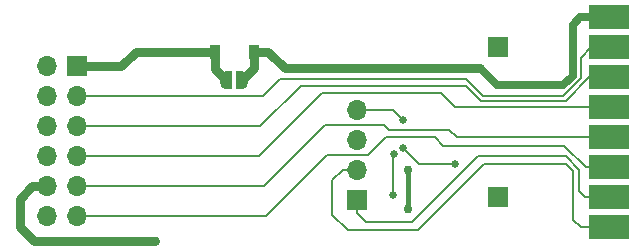
<source format=gtl>
G04 #@! TF.GenerationSoftware,KiCad,Pcbnew,(5.1.4)-1*
G04 #@! TF.CreationDate,2020-10-15T04:09:33+01:00*
G04 #@! TF.ProjectId,buffer,62756666-6572-42e6-9b69-6361645f7063,rev?*
G04 #@! TF.SameCoordinates,Original*
G04 #@! TF.FileFunction,Copper,L1,Top*
G04 #@! TF.FilePolarity,Positive*
%FSLAX46Y46*%
G04 Gerber Fmt 4.6, Leading zero omitted, Abs format (unit mm)*
G04 Created by KiCad (PCBNEW (5.1.4)-1) date 2020-10-15 04:09:33*
%MOMM*%
%LPD*%
G04 APERTURE LIST*
%ADD10R,3.500000X2.000000*%
%ADD11O,1.700000X1.700000*%
%ADD12R,1.700000X1.700000*%
%ADD13R,0.900000X1.200000*%
%ADD14C,0.500000*%
%ADD15C,0.100000*%
%ADD16C,0.762000*%
%ADD17C,0.660400*%
%ADD18C,0.762000*%
%ADD19C,0.381000*%
%ADD20C,0.203200*%
%ADD21C,0.635000*%
G04 APERTURE END LIST*
D10*
X85400200Y-35341560D03*
X85400200Y-37881560D03*
X85400200Y-40421560D03*
X85400200Y-42961560D03*
X85400200Y-45501560D03*
X85400200Y-48041560D03*
X85400200Y-30261560D03*
X85400200Y-32801560D03*
D11*
X64077400Y-38110160D03*
X64077400Y-40650160D03*
X64077400Y-43190160D03*
D12*
X64077400Y-45730160D03*
X76033180Y-45504100D03*
X76040800Y-32801560D03*
D13*
X52061660Y-33149540D03*
X55361660Y-33149540D03*
D14*
X54326100Y-35565080D03*
D15*
G36*
X53826100Y-34815080D02*
G01*
X54326100Y-34815080D01*
X54326100Y-34815682D01*
X54350634Y-34815682D01*
X54399465Y-34820492D01*
X54447590Y-34830064D01*
X54494545Y-34844308D01*
X54539878Y-34863085D01*
X54583151Y-34886216D01*
X54623950Y-34913476D01*
X54661879Y-34944604D01*
X54696576Y-34979301D01*
X54727704Y-35017230D01*
X54754964Y-35058029D01*
X54778095Y-35101302D01*
X54796872Y-35146635D01*
X54811116Y-35193590D01*
X54820688Y-35241715D01*
X54825498Y-35290546D01*
X54825498Y-35315080D01*
X54826100Y-35315080D01*
X54826100Y-35815080D01*
X54825498Y-35815080D01*
X54825498Y-35839614D01*
X54820688Y-35888445D01*
X54811116Y-35936570D01*
X54796872Y-35983525D01*
X54778095Y-36028858D01*
X54754964Y-36072131D01*
X54727704Y-36112930D01*
X54696576Y-36150859D01*
X54661879Y-36185556D01*
X54623950Y-36216684D01*
X54583151Y-36243944D01*
X54539878Y-36267075D01*
X54494545Y-36285852D01*
X54447590Y-36300096D01*
X54399465Y-36309668D01*
X54350634Y-36314478D01*
X54326100Y-36314478D01*
X54326100Y-36315080D01*
X53826100Y-36315080D01*
X53826100Y-34815080D01*
X53826100Y-34815080D01*
G37*
D14*
X53026100Y-35565080D03*
D15*
G36*
X53026100Y-36314478D02*
G01*
X53001566Y-36314478D01*
X52952735Y-36309668D01*
X52904610Y-36300096D01*
X52857655Y-36285852D01*
X52812322Y-36267075D01*
X52769049Y-36243944D01*
X52728250Y-36216684D01*
X52690321Y-36185556D01*
X52655624Y-36150859D01*
X52624496Y-36112930D01*
X52597236Y-36072131D01*
X52574105Y-36028858D01*
X52555328Y-35983525D01*
X52541084Y-35936570D01*
X52531512Y-35888445D01*
X52526702Y-35839614D01*
X52526702Y-35815080D01*
X52526100Y-35815080D01*
X52526100Y-35315080D01*
X52526702Y-35315080D01*
X52526702Y-35290546D01*
X52531512Y-35241715D01*
X52541084Y-35193590D01*
X52555328Y-35146635D01*
X52574105Y-35101302D01*
X52597236Y-35058029D01*
X52624496Y-35017230D01*
X52655624Y-34979301D01*
X52690321Y-34944604D01*
X52728250Y-34913476D01*
X52769049Y-34886216D01*
X52812322Y-34863085D01*
X52857655Y-34844308D01*
X52904610Y-34830064D01*
X52952735Y-34820492D01*
X53001566Y-34815682D01*
X53026100Y-34815682D01*
X53026100Y-34815080D01*
X53526100Y-34815080D01*
X53526100Y-36315080D01*
X53026100Y-36315080D01*
X53026100Y-36314478D01*
X53026100Y-36314478D01*
G37*
D12*
X40353800Y-34376360D03*
D11*
X37813800Y-34376360D03*
X40353800Y-36916360D03*
X37813800Y-36916360D03*
X40353800Y-39456360D03*
X37813800Y-39456360D03*
X40353800Y-41996360D03*
X37813800Y-41996360D03*
X40353800Y-44536360D03*
X37813800Y-44536360D03*
X40353800Y-47076360D03*
X37813800Y-47076360D03*
D16*
X47016220Y-49232820D03*
X44463520Y-49230280D03*
X45738600Y-49230280D03*
X68395398Y-43215561D03*
X68395400Y-46517562D03*
D17*
X67201600Y-41843956D03*
X67176200Y-45298360D03*
X67963600Y-38922960D03*
X67963600Y-41285160D03*
X72434000Y-42631360D03*
D18*
X47013680Y-49230280D02*
X47016220Y-49232820D01*
X35550660Y-48039020D02*
X36741920Y-49230280D01*
X35550660Y-45597419D02*
X35550660Y-48039020D01*
X37813800Y-44536360D02*
X36611719Y-44536360D01*
X36611719Y-44536360D02*
X35550660Y-45597419D01*
X36741920Y-49230280D02*
X44463520Y-49230280D01*
X44463520Y-49230280D02*
X45738600Y-49230280D01*
X45738600Y-49230280D02*
X47013680Y-49230280D01*
D19*
X68395398Y-46517560D02*
X68395400Y-46517562D01*
X68395398Y-43215561D02*
X68395398Y-46517560D01*
D20*
X83762400Y-35341560D02*
X85400200Y-35341560D01*
X55924000Y-39456360D02*
X59353000Y-36027360D01*
X40353800Y-39456360D02*
X55924000Y-39456360D01*
X59353000Y-36027360D02*
X73332449Y-36027360D01*
X73332449Y-36027360D02*
X74602460Y-37297371D01*
X74602460Y-37297371D02*
X81806589Y-37297371D01*
X81806589Y-37297371D02*
X83762400Y-35341560D01*
X83914800Y-32801560D02*
X85400200Y-32801560D01*
X83025800Y-33690560D02*
X83914800Y-32801560D01*
X83025800Y-35408840D02*
X83025800Y-33690560D01*
X56101800Y-36916360D02*
X57575000Y-35443160D01*
X40353800Y-36916360D02*
X56101800Y-36916360D01*
X57575000Y-35443160D02*
X73323000Y-35443160D01*
X73323000Y-35443160D02*
X74770800Y-36890960D01*
X74770800Y-36890960D02*
X81543680Y-36890960D01*
X81543680Y-36890960D02*
X83025800Y-35408840D01*
D18*
X40353800Y-34376360D02*
X44148560Y-34376360D01*
X45375380Y-33149540D02*
X52061660Y-33149540D01*
X44148560Y-34376360D02*
X45375380Y-33149540D01*
X52061660Y-34600640D02*
X53026100Y-35565080D01*
X52061660Y-33149540D02*
X52061660Y-34600640D01*
X56573660Y-33149540D02*
X57988440Y-34564320D01*
X55361660Y-33149540D02*
X56573660Y-33149540D01*
X57988440Y-34564320D02*
X74521880Y-34564320D01*
X55361660Y-34529520D02*
X54326100Y-35565080D01*
X55361660Y-33149540D02*
X55361660Y-34529520D01*
D21*
X83015200Y-30261560D02*
X85400200Y-30261560D01*
X82365400Y-30911360D02*
X83015200Y-30261560D01*
X82365400Y-35189160D02*
X82365400Y-30911360D01*
X81578000Y-35976560D02*
X82365400Y-35189160D01*
X74521880Y-34564320D02*
X75934120Y-35976560D01*
X75934120Y-35976560D02*
X81578000Y-35976560D01*
D20*
X83432200Y-45501560D02*
X85400200Y-45501560D01*
X82924200Y-44993560D02*
X83432200Y-45501560D01*
X82924200Y-43190160D02*
X82924200Y-44993560D01*
X64077400Y-46783360D02*
X64853000Y-47558960D01*
X64077400Y-45730160D02*
X64077400Y-46783360D01*
X64853000Y-47558960D02*
X68776400Y-47558960D01*
X68776400Y-47558960D02*
X74313600Y-42021760D01*
X74313600Y-42021760D02*
X81755800Y-42021760D01*
X81755800Y-42021760D02*
X82924200Y-43190160D01*
X67176200Y-45298360D02*
X67176200Y-41869356D01*
X67176200Y-41869356D02*
X67201600Y-41843956D01*
X83447000Y-37881560D02*
X85400200Y-37881560D01*
X72418050Y-37881560D02*
X83447000Y-37881560D01*
X71224250Y-36687760D02*
X72418050Y-37881560D01*
X61131000Y-36687760D02*
X71224250Y-36687760D01*
X40353800Y-41996360D02*
X55822400Y-41996360D01*
X55822400Y-41996360D02*
X61131000Y-36687760D01*
X41555881Y-44536360D02*
X40353800Y-44536360D01*
X56203400Y-44536360D02*
X41555881Y-44536360D01*
X72561000Y-40421560D02*
X71925976Y-39786536D01*
X85400200Y-40421560D02*
X72561000Y-40421560D01*
X71925976Y-39786536D02*
X66795176Y-39786536D01*
X66795176Y-39786536D02*
X66388800Y-39380160D01*
X66388800Y-39380160D02*
X61359600Y-39380160D01*
X61359600Y-39380160D02*
X56203400Y-44536360D01*
X83447000Y-42961560D02*
X85400200Y-42961560D01*
X81592800Y-41107360D02*
X83447000Y-42961560D01*
X71392600Y-41107360D02*
X81592800Y-41107360D01*
X56432000Y-47076360D02*
X61588200Y-41920160D01*
X40353800Y-47076360D02*
X56432000Y-47076360D01*
X61588200Y-41920160D02*
X65001245Y-41920160D01*
X65001245Y-41920160D02*
X66525245Y-40396160D01*
X66525245Y-40396160D02*
X70681400Y-40396160D01*
X70681400Y-40396160D02*
X71392600Y-41107360D01*
X82416200Y-47406560D02*
X83051200Y-48041560D01*
X82416200Y-43291760D02*
X82416200Y-47406560D01*
X74847000Y-42656760D02*
X81781200Y-42656760D01*
X81781200Y-42656760D02*
X82416200Y-43291760D01*
X62875319Y-43190160D02*
X62020000Y-44045479D01*
X64077400Y-43190160D02*
X62875319Y-43190160D01*
X83051200Y-48041560D02*
X85400200Y-48041560D01*
X62020000Y-44045479D02*
X62020000Y-46974760D01*
X62020000Y-46974760D02*
X63315400Y-48270160D01*
X63315400Y-48270160D02*
X69233600Y-48270160D01*
X69233600Y-48270160D02*
X74847000Y-42656760D01*
X64077400Y-38110160D02*
X67150800Y-38110160D01*
X67150800Y-38110160D02*
X67963600Y-38922960D01*
X71967027Y-42631360D02*
X72434000Y-42631360D01*
X69309800Y-42631360D02*
X71967027Y-42631360D01*
X67963600Y-41285160D02*
X69309800Y-42631360D01*
M02*

</source>
